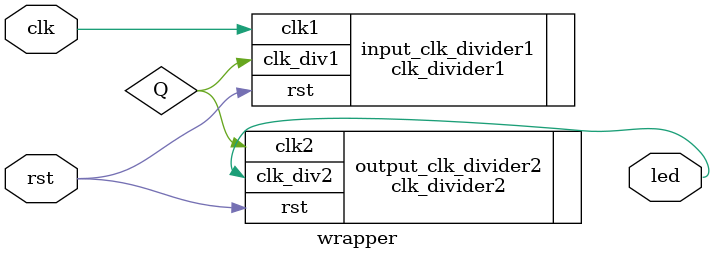
<source format=v>
`timescale 1ns / 1ps


module wrapper(
input clk,
input rst,
output led
    );
 wire Q;
 
clk_divider1 input_clk_divider1(
.clk1(clk),
.rst(rst),
.clk_div1(Q)
);

clk_divider2 output_clk_divider2(
.clk2(Q),
.rst(rst),
.clk_div2(led)
);
endmodule

</source>
